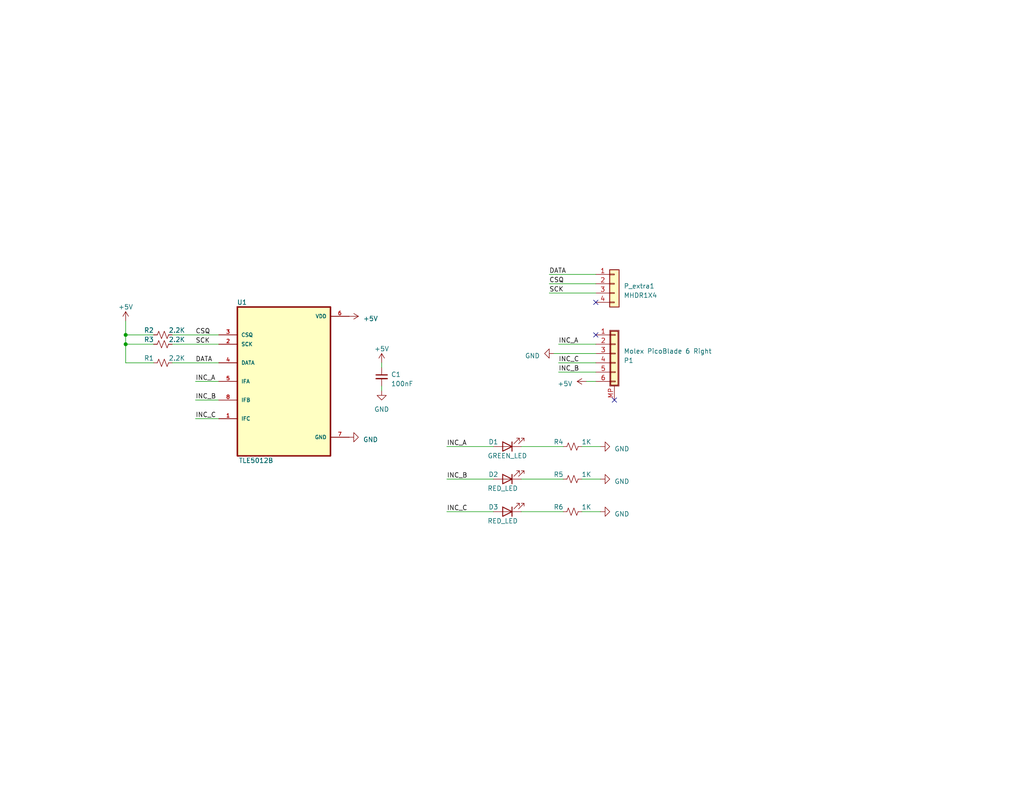
<source format=kicad_sch>
(kicad_sch (version 20230121) (generator eeschema)
  (paper "A")
  (lib_symbols
    (symbol "Connector_Generic:Conn_01x04" (pin_names (offset 1.016) hide)
      (property "Reference" "J" (at 0 5.08 0))
      (property "Value" "Conn_01x04" (at 0 -7.62 0))
      (symbol "Conn_01x04_1_1"
        (rectangle (start -1.27 -4.953) (end 0 -5.207) (stroke (width 0.1524)))
        (rectangle (start -1.27 -2.413) (end 0 -2.667) (stroke (width 0.1524)))
        (rectangle (start -1.27 0.127) (end 0 -0.127) (stroke (width 0.1524)))
        (rectangle (start -1.27 2.667) (end 0 2.413) (stroke (width 0.1524)))
        (rectangle (start -1.27 3.81) (end 1.27 -6.35) (stroke (width 0.254)) (fill (type background)))
        (pin passive line (at -5.08 2.54 0) (length 3.81) (name "Pin_1") (number "1"))
        (pin passive line (at -5.08 0 0) (length 3.81) (name "Pin_2") (number "2"))
        (pin passive line (at -5.08 -2.54 0) (length 3.81) (name "Pin_3") (number "3"))
        (pin passive line (at -5.08 -5.08 0) (length 3.81) (name "Pin_4") (number "4"))
      )
    )
    (symbol "Device:C_Small" (pin_numbers hide) (pin_names (offset 0.254) hide)
      (property "Reference" "C" (at 0.254 1.778 0))
      (property "Value" "C_Small" (at 0.254 -2.032 0))
      (symbol "C_Small_0_1"
        (polyline (pts (xy -1.524 -0.508) (xy 1.524 -0.508)) (stroke (width 0.3302)))
        (polyline (pts (xy -1.524 0.508) (xy 1.524 0.508)) (stroke (width 0.3048)))
      )
      (symbol "C_Small_1_1"
        (pin passive line (at 0 2.54 270) (length 2.032) (name "~") (number "1"))
        (pin passive line (at 0 -2.54 90) (length 2.032) (name "~") (number "2"))
      )
    )
    (symbol "Device:LED" (pin_numbers hide) (pin_names (offset 1.016) hide)
      (property "Reference" "D" (at 0 2.54 0))
      (property "Value" "LED" (at 0 -2.54 0))
      (symbol "LED_0_1"
        (polyline (pts (xy -1.27 -1.27) (xy -1.27 1.27)) (stroke (width 0.254)))
        (polyline (pts (xy -1.27 0) (xy 1.27 0)))
        (polyline (pts (xy 1.27 -1.27) (xy 1.27 1.27) (xy -1.27 0) (xy 1.27 -1.27)) (stroke (width 0.254)))
        (polyline (pts (xy -3.048 -0.762) (xy -4.572 -2.286) (xy -3.81 -2.286) (xy -4.572 -2.286) (xy -4.572 -1.524)))
        (polyline (pts (xy -1.778 -0.762) (xy -3.302 -2.286) (xy -2.54 -2.286) (xy -3.302 -2.286) (xy -3.302 -1.524)))
      )
      (symbol "LED_1_1"
        (pin passive line (at -3.81 0 0) (length 2.54) (name "K") (number "1"))
        (pin passive line (at 3.81 0 180) (length 2.54) (name "A") (number "2"))
      )
    )
    (symbol "Device:R_Small_US" (pin_numbers hide) (pin_names (offset 0.254) hide)
      (property "Reference" "R" (at 0.762 0.508 0))
      (property "Value" "R_Small_US" (at 0.762 -1.016 0))
      (symbol "R_Small_US_1_1"
        (polyline (pts (xy 0 0) (xy 1.016 -0.381) (xy 0 -0.762) (xy -1.016 -1.143) (xy 0 -1.524)))
        (polyline (pts (xy 0 1.524) (xy 1.016 1.143) (xy 0 0.762) (xy -1.016 0.381) (xy 0 0)))
        (pin passive line (at 0 2.54 270) (length 1.016) (name "~") (number "1"))
        (pin passive line (at 0 -2.54 90) (length 1.016) (name "~") (number "2"))
      )
    )
    (symbol "TLE5012BE9000XUMA1:TLE5012BE9000XUMA1" (pin_names (offset 1.016))
      (property "Reference" "U" (at -12.7 21.32 0))
      (property "Value" "TLE5012BE9000XUMA1" (at -12.7 -24.32 0))
      (symbol "TLE5012BE9000XUMA1_0_0"
        (rectangle (start -12.7 -20.32) (end 12.7 20.32) (stroke (width 0.41)) (fill (type background)))
        (pin bidirectional line (at -17.78 -10.16 0) (length 5.08) (name "IFC") (number "1"))
        (pin input line (at -17.78 10.16 0) (length 5.08) (name "SCK") (number "2"))
        (pin input line (at -17.78 12.7 0) (length 5.08) (name "CSQ") (number "3"))
        (pin bidirectional line (at -17.78 5.08 0) (length 5.08) (name "DATA") (number "4"))
        (pin bidirectional line (at -17.78 0 0) (length 5.08) (name "IFA") (number "5"))
        (pin power_in line (at 17.78 17.78 180) (length 5.08) (name "VDD") (number "6"))
        (pin power_in line (at 17.78 -15.24 180) (length 5.08) (name "GND") (number "7"))
        (pin bidirectional line (at -17.78 -5.08 0) (length 5.08) (name "IFB") (number "8"))
      )
    )
    (symbol "conn_01x06_shielded:532610671" (pin_names (offset 1.016) hide)
      (property "Reference" "P1" (at 2.54 1.905 0))
      (property "Value" "532610671" (at 2.54 -0.635 0))
      (symbol "532610671_1_1"
        (rectangle (start -1.27 6.35) (end 1.27 -8.89) (stroke (width 0.1524)))
        (rectangle (start -1.016 -7.493) (end 0.254 -7.747) (stroke (width 0.1524)))
        (rectangle (start -1.016 -4.953) (end 0.254 -5.207) (stroke (width 0.1524)))
        (rectangle (start -1.016 -2.413) (end 0.254 -2.667) (stroke (width 0.1524)))
        (rectangle (start -1.016 0.127) (end 0.254 -0.127) (stroke (width 0.1524)))
        (rectangle (start -1.016 2.667) (end 0.254 2.413) (stroke (width 0.1524)))
        (rectangle (start -1.016 5.207) (end 0.254 4.953) (stroke (width 0.1524)))
        (rectangle (start -1.016 6.096) (end 1.016 -8.636) (stroke (width 0.254)) (fill (type background)))
        (pin passive line (at -5.08 5.08 0) (length 4.064) (name "Pin_1") (number "1"))
        (pin passive line (at -5.08 2.54 0) (length 4.064) (name "Pin_2") (number "2"))
        (pin passive line (at -5.08 0 0) (length 4.064) (name "Pin_3") (number "3"))
        (pin passive line (at -5.08 -2.54 0) (length 4.064) (name "Pin_4") (number "4"))
        (pin passive line (at -5.08 -5.08 0) (length 4.064) (name "Pin_5") (number "5"))
        (pin passive line (at -5.08 -7.62 0) (length 4.064) (name "Pin_6") (number "6"))
        (pin passive line (at 0 -12.7 90) (length 3.81) (name "Shield") (number "MP"))
      )
    )
    (symbol "power:+5V" (power) (pin_names (offset 0))
      (property "Value" "+5V" (at 0 3.556 0))
      (symbol "+5V_0_1"
        (polyline (pts (xy -0.762 1.27) (xy 0 2.54)))
        (polyline (pts (xy 0 0) (xy 0 2.54)))
        (polyline (pts (xy 0 2.54) (xy 0.762 1.27)))
      )
      (symbol "+5V_1_1"
        (pin power_in line (at 0 0 90) (length 0) hide (name "+5V") (number "1"))
      )
    )
    (symbol "power:GND" (power) (pin_names (offset 0))
      (property "Value" "GND" (at 0 -3.81 0))
      (symbol "GND_0_1"
        (polyline (pts (xy 0 0) (xy 0 -1.27) (xy 1.27 -1.27) (xy 0 -2.54) (xy -1.27 -1.27) (xy 0 -1.27)))
      )
      (symbol "GND_1_1"
        (pin power_in line (at 0 0 270) (length 0) hide (name "GND") (number "1"))
      )
    )
  )
  (junction (at 34.29 91.44))
  (junction (at 34.29 93.98))
  (no_connect (at 167.64 109.22))
  (no_connect (at 162.56 82.55))
  (no_connect (at 162.56 91.44))
  (wire (pts (xy 158.75 130.81) (xy 163.83 130.81)))
  (wire (pts (xy 34.29 93.98) (xy 34.29 91.44)))
  (wire (pts (xy 152.4 99.06) (xy 162.56 99.06)))
  (wire (pts (xy 34.29 87.63) (xy 34.29 91.44)))
  (wire (pts (xy 152.4 101.6) (xy 162.56 101.6)))
  (wire (pts (xy 53.34 104.14) (xy 59.69 104.14)))
  (wire (pts (xy 46.99 99.06) (xy 59.69 99.06)))
  (wire (pts (xy 160.02 104.14) (xy 162.56 104.14)))
  (wire (pts (xy 158.75 139.7) (xy 163.83 139.7)))
  (wire (pts (xy 34.29 99.06) (xy 34.29 93.98)))
  (wire (pts (xy 158.75 121.92) (xy 163.83 121.92)))
  (wire (pts (xy 104.14 105.41) (xy 104.14 106.68)))
  (wire (pts (xy 149.86 80.01) (xy 162.56 80.01)))
  (wire (pts (xy 142.24 139.7) (xy 153.67 139.7)))
  (wire (pts (xy 41.91 91.44) (xy 34.29 91.44)))
  (wire (pts (xy 53.34 114.3) (xy 59.69 114.3)))
  (wire (pts (xy 121.92 130.81) (xy 134.62 130.81)))
  (wire (pts (xy 46.99 93.98) (xy 59.69 93.98)))
  (wire (pts (xy 53.34 109.22) (xy 59.69 109.22)))
  (wire (pts (xy 149.86 74.93) (xy 162.56 74.93)))
  (wire (pts (xy 151.13 96.52) (xy 162.56 96.52)))
  (wire (pts (xy 121.92 139.7) (xy 134.62 139.7)))
  (wire (pts (xy 121.92 121.92) (xy 134.62 121.92)))
  (wire (pts (xy 149.86 77.47) (xy 162.56 77.47)))
  (wire (pts (xy 46.99 91.44) (xy 59.69 91.44)))
  (wire (pts (xy 142.24 121.92) (xy 153.67 121.92)))
  (wire (pts (xy 104.14 99.06) (xy 104.14 100.33)))
  (wire (pts (xy 142.24 130.81) (xy 153.67 130.81)))
  (wire (pts (xy 41.91 99.06) (xy 34.29 99.06)))
  (wire (pts (xy 152.4 93.98) (xy 162.56 93.98)))
  (wire (pts (xy 41.91 93.98) (xy 34.29 93.98)))
  (label "DATA" (at 149.86 74.93 0))
  (label "SCK" (at 149.86 80.01 0))
  (label "INC_B" (at 53.34 109.22 0))
  (label "CSQ" (at 149.86 77.47 0))
  (label "INC_C" (at 152.4 99.06 0))
  (label "INC_C" (at 53.34 114.3 0))
  (label "DATA" (at 53.34 99.06 0))
  (label "INC_C" (at 121.92 139.7 0))
  (label "CSQ" (at 53.34 91.44 0))
  (label "INC_B" (at 152.4 101.6 0))
  (label "INC_A" (at 152.4 93.98 0))
  (label "INC_A" (at 53.34 104.14 0))
  (label "SCK" (at 53.34 93.98 0))
  (label "INC_A" (at 121.92 121.92 0))
  (label "INC_B" (at 121.92 130.81 0))
  (symbol (lib_id "Device:R_Small_US") (at 44.45 93.98 90) (unit 1)
    (property "Reference" "R3" (at 40.64 92.71 90))
    (property "Value" "2.2K" (at 48.26 92.71 90))
    (property "Footprint" "Resistor_SMD:R_0603_1608Metric_Pad0.98x0.95mm_HandSolder" (effects hide))
  )
  (symbol (lib_id "Device:R_Small_US") (at 44.45 91.44 90) (unit 1)
    (property "Reference" "R2" (at 40.64 90.17 90))
    (property "Value" "2.2K" (at 48.26 90.17 90))
    (property "Footprint" "Resistor_SMD:R_0603_1608Metric_Pad0.98x0.95mm_HandSolder" (effects hide))
  )
  (symbol (lib_id "power:GND") (at 151.13 96.52 270) (unit 1)
    (property "Reference" "#PWR05" (effects hide))
    (property "Value" "GND" (at 147.32 97.155 90) (effects (justify right)))
  )
  (symbol (lib_id "power:+5V") (at 34.29 87.63 0) (unit 1)
    (property "Reference" "#PWR07" (effects hide))
    (property "Value" "+5V" (at 34.29 83.82 0))
  )
  (symbol (lib_id "Device:R_Small_US") (at 44.45 99.06 90) (unit 1)
    (property "Reference" "R1" (at 40.64 97.79 90))
    (property "Value" "2.2K" (at 48.26 97.79 90))
    (property "Footprint" "Resistor_SMD:R_0603_1608Metric_Pad0.98x0.95mm_HandSolder" (effects hide))
  )
  (symbol (lib_id "conn_01x06_shielded:532610671") (at 167.64 96.52 0) (unit 1)
    (property "Reference" "P1" (at 170.18 98.425 0) (effects (justify left)))
    (property "Value" "Molex PicoBlade 6 Right" (at 170.18 95.885 0) (effects (justify left)))
    (property "Footprint" "532610671:Molex_PicoBlade_53261-0671_1x06-1MP_P1.25mm_Horizontal" (effects hide))
  )
  (symbol (lib_id "Device:R_Small_US") (at 156.21 130.81 90) (unit 1)
    (property "Reference" "R5" (at 152.4 129.54 90))
    (property "Value" "1K" (at 160.02 129.54 90))
    (property "Footprint" "Resistor_SMD:R_0603_1608Metric_Pad0.98x0.95mm_HandSolder" (effects hide))
  )
  (symbol (lib_id "power:GND") (at 104.14 106.68 0) (unit 1)
    (property "Reference" "#PWR02" (effects hide))
    (property "Value" "GND" (at 104.14 111.76 0))
  )
  (symbol (lib_id "Device:LED") (at 138.43 130.81 180) (unit 1)
    (property "Reference" "D2" (at 134.62 129.54 0))
    (property "Value" "RED_LED" (at 137.16 133.35 0))
    (property "Footprint" "LED_SMD:LED_0603_1608Metric_Pad1.05x0.95mm_HandSolder" (effects hide))
  )
  (symbol (lib_id "power:GND") (at 163.83 130.81 90) (unit 1)
    (property "Reference" "#PWR09" (effects hide))
    (property "Value" "GND" (at 167.64 131.445 90) (effects (justify right)))
  )
  (symbol (lib_id "TLE5012BE9000XUMA1:TLE5012BE9000XUMA1") (at 77.47 104.14 0) (unit 1)
    (property "Reference" "U1" (at 66.04 82.55 0))
    (property "Value" "TLE5012B" (at 69.85 125.73 0))
    (property "Footprint" "TLE5012BE9000XUMA1:SOIC127P600X175-8N" (effects hide))
    (property "Manufacturer" "Infineon Technologies" (effects hide))
    (property "Package" "SOIC127P600X175-8N" (effects hide))
  )
  (symbol (lib_id "power:GND") (at 163.83 121.92 90) (unit 1)
    (property "Reference" "#PWR08" (effects hide))
    (property "Value" "GND" (at 167.64 122.555 90) (effects (justify right)))
  )
  (symbol (lib_id "Device:R_Small_US") (at 156.21 121.92 90) (unit 1)
    (property "Reference" "R4" (at 152.4 120.65 90))
    (property "Value" "1K" (at 160.02 120.65 90))
    (property "Footprint" "Resistor_SMD:R_0603_1608Metric_Pad0.98x0.95mm_HandSolder" (effects hide))
  )
  (symbol (lib_id "power:+5V") (at 160.02 104.14 90) (unit 1)
    (property "Reference" "#PWR06" (effects hide))
    (property "Value" "+5V" (at 156.21 104.775 90) (effects (justify left)))
  )
  (symbol (lib_id "Device:R_Small_US") (at 156.21 139.7 90) (unit 1)
    (property "Reference" "R6" (at 152.4 138.43 90))
    (property "Value" "1K" (at 160.02 138.43 90))
    (property "Footprint" "Resistor_SMD:R_0603_1608Metric_Pad0.98x0.95mm_HandSolder" (effects hide))
  )
  (symbol (lib_id "power:GND") (at 163.83 139.7 90) (unit 1)
    (property "Reference" "#PWR010" (effects hide))
    (property "Value" "GND" (at 167.64 140.335 90) (effects (justify right)))
  )
  (symbol (lib_id "power:GND") (at 95.25 119.38 90) (unit 1)
    (property "Reference" "#PWR012" (effects hide))
    (property "Value" "GND" (at 99.06 120.015 90) (effects (justify right)))
  )
  (symbol (lib_id "Device:C_Small") (at 104.14 102.87 0) (unit 1)
    (property "Reference" "C1" (at 106.68 102.2413 0) (effects (justify left)))
    (property "Value" "100nF" (at 106.68 104.7813 0) (effects (justify left)))
    (property "Footprint" "Capacitor_SMD:C_0603_1608Metric_Pad1.08x0.95mm_HandSolder" (effects hide))
  )
  (symbol (lib_id "power:+5V") (at 104.14 99.06 0) (unit 1)
    (property "Reference" "#PWR01" (effects hide))
    (property "Value" "+5V" (at 104.14 95.25 0))
  )
  (symbol (lib_id "Device:LED") (at 138.43 139.7 180) (unit 1)
    (property "Reference" "D3" (at 134.62 138.43 0))
    (property "Value" "RED_LED" (at 137.16 142.24 0))
    (property "Footprint" "LED_SMD:LED_0603_1608Metric_Pad1.05x0.95mm_HandSolder" (effects hide))
  )
  (symbol (lib_id "Device:LED") (at 138.43 121.92 180) (unit 1)
    (property "Reference" "D1" (at 134.62 120.65 0))
    (property "Value" "GREEN_LED" (at 138.43 124.46 0))
    (property "Footprint" "LED_SMD:LED_0603_1608Metric_Pad1.05x0.95mm_HandSolder" (effects hide))
  )
  (symbol (lib_id "Connector_Generic:Conn_01x04") (at 167.64 77.47 0) (unit 1)
    (property "Reference" "P_extra1" (at 170.18 78.105 0) (effects (justify left)))
    (property "Value" "MHDR1X4" (at 170.18 80.645 0) (effects (justify left)))
    (property "Footprint" "Connector_PinHeader_1.27mm:PinHeader_1x04_P1.27mm_Horizontal" (effects hide))
  )
  (symbol (lib_id "power:+5V") (at 95.25 86.36 270) (unit 1)
    (property "Reference" "#PWR011" (effects hide))
    (property "Value" "+5V" (at 99.06 86.995 90) (effects (justify left)))
  )
)
</source>
